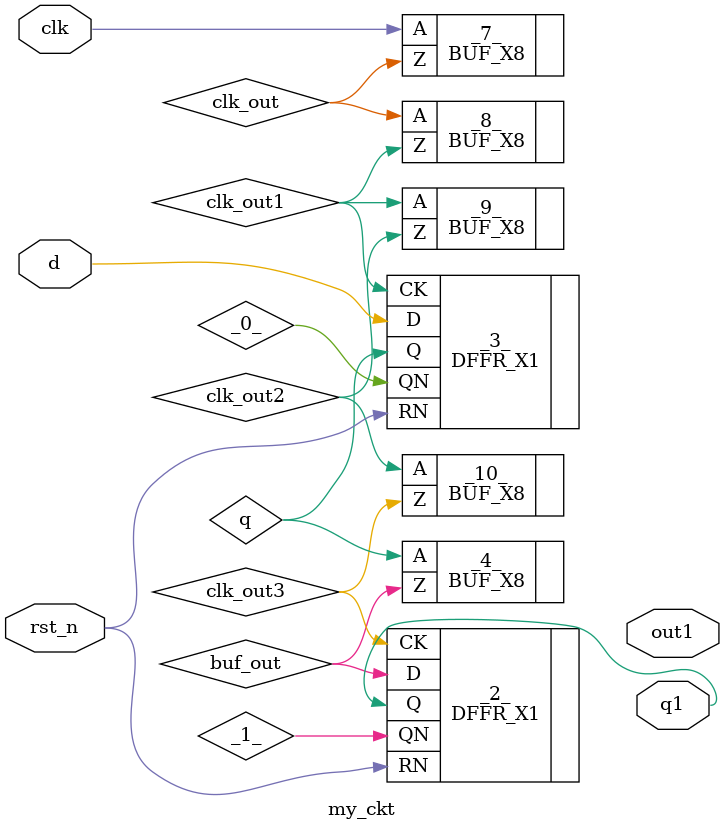
<source format=v>
/* Generated by Yosys 0.56+30 (git sha1 2d90e80b5, g++ 11.4.0-1ubuntu1~22.04 -fPIC -O3) */

module my_ckt(clk,rst_n, d, q1, out1);
  input clk;
  wire clk;
  wire clk_out;
  wire clk_out1;
  input rst_n;
  wire rst_n;
  input d;
  wire d;
  output q1;
  output out1;
  wire out1;
  wire q1;
  wire _0_;
  wire _1_;
  wire buf_out;
  wire q;

  BUF_X8 _7_ (
    .A(clk),
    .Z(clk_out)
  );

  BUF_X8 _8_ (
    .A(clk_out),
    .Z(clk_out1)
  );

  BUF_X8 _9_ (
    .A(clk_out1),
    .Z(clk_out2)
  );

  BUF_X8 _10_ (
    .A(clk_out2),
    .Z(clk_out3)
  );


  DFFR_X1 _2_ (
    .CK(clk_out3),
    .D(buf_out),
    .Q(q1),
    .QN(_1_),
    .RN(rst_n)
  );

  DFFR_X1 _3_ (
    .CK(clk_out1),
    .D(d),
    .Q(q),
    .QN(_0_),
    .RN(rst_n)
  );

  BUF_X8 _4_ (
    .A(q),
    .Z(buf_out)
  );


endmodule

</source>
